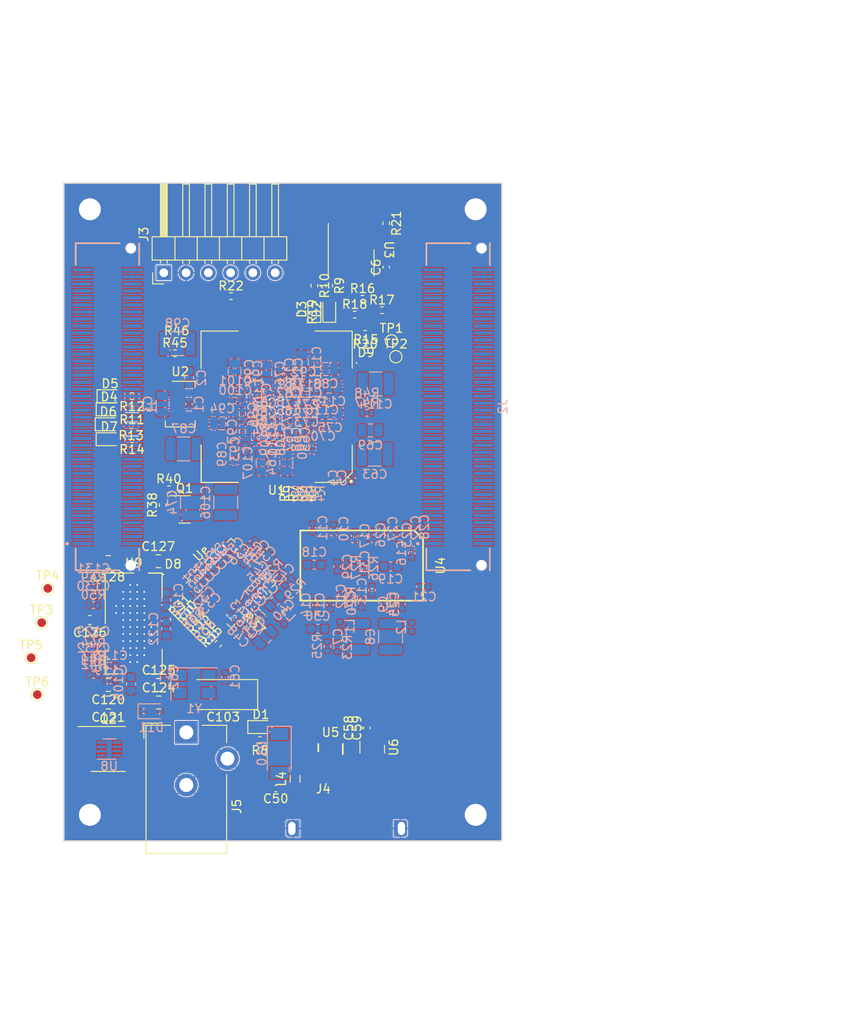
<source format=kicad_pcb>
(kicad_pcb (version 20211014) (generator pcbnew)
  (title_block (title "ECP5U85-BSE-USB Breakout Board") (rev "A") (company "Open Ephys, Inc. & OEPS") (comment 1 "Aarón Cuevas López") (comment 2 "Jonathan P. Newman"))
  (layers (0 "F.Cu" signal "High Speed I") (1 "In1.Cu" power "GND I") (2 "In2.Cu" signal "High Speed II") (3 "In3.Cu" power "GND II") (4 "In4.Cu" mixed "Mixed DC") (31 "B.Cu" signal "LowSpeed") (34 "B.Paste" user) (35 "F.Paste" user) (36 "B.SilkS" user "B.Silkscreen") (37 "F.SilkS" user "F.Silkscreen") (38 "B.Mask" user) (39 "F.Mask" user) (44 "Edge.Cuts" user))
  (net 0 "")
  (net 1 "GND")
  (net 2 "DDR_VREF")
  (net 3 "+3V3")
  (net 4 "Net-(C10-Pad1)")
  (net 5 "/FTDI/1.0V")
  (net 6 "/FTDI/Vcore")
  (net 7 "+5V")
  (net 8 "+1V1")
  (net 9 "RAM_VDD")
  (net 10 "+2V5")
  (net 11 "/Power/VCCIO3")
  (net 12 "/Power/VCCIO6")
  (net 13 "Net-(D1-Pad2)")
  (net 14 "/DONE")
  (net 15 "Net-(D2-Pad2)")
  (net 16 "/~{INIT}")
  (net 17 "Net-(D3-Pad2)")
  (net 18 "/FPGA/LED3")
  (net 19 "Net-(D4-Pad2)")
  (net 20 "/FPGA/LED2")
  (net 21 "Net-(D5-Pad2)")
  (net 22 "/FPGA/LED1")
  (net 23 "Net-(D6-Pad2)")
  (net 24 "/FPGA/LED0")
  (net 25 "Net-(D7-Pad2)")
  (net 26 "/FPGA/~{FPGA_RESET}")
  (net 27 "/FPGA/GPIO1")
  (net 28 "/FPGA/~{FPGA_RESETrq}")
  (net 29 "Net-(D10-Pad2)")
  (net 32 "/FPGA/D2I0+")
  (net 33 "/FPGA/D3I0+")
  (net 34 "/FPGA/D2I0-")
  (net 35 "/FPGA/D3I0-")
  (net 36 "/FPGA/D2I1+")
  (net 37 "/FPGA/D3I1+")
  (net 38 "/FPGA/D2I1-")
  (net 39 "/FPGA/D3I1-")
  (net 40 "/FPGA/D2IO0+")
  (net 41 "/FPGA/D3I2+")
  (net 42 "/FPGA/D2IO0-")
  (net 43 "/FPGA/D3I2-")
  (net 44 "/FPGA/D2IO1+")
  (net 45 "/FPGA/D3I3+")
  (net 46 "/FPGA/D2IO1-")
  (net 47 "/FPGA/D3I3-")
  (net 48 "/FPGA/D2IO2+")
  (net 49 "/FPGA/D3I4+")
  (net 50 "/FPGA/D2IO2-")
  (net 51 "/FPGA/D3I4-")
  (net 53 "/FPGA/D2I2+")
  (net 54 "/FPGA/D3I5+")
  (net 55 "/FPGA/D2I2-")
  (net 56 "/FPGA/D3I5-")
  (net 57 "/FPGA/D2I3+")
  (net 58 "/FPGA/D3I6+")
  (net 59 "/FPGA/D2I3-")
  (net 60 "/FPGA/D3I6-")
  (net 61 "/FPGA/D2IO3+")
  (net 62 "/FPGA/D3I7+")
  (net 63 "/FPGA/D2IO3-")
  (net 64 "/FPGA/D3I7-")
  (net 65 "/FPGA/D2IO4+")
  (net 66 "/FPGA/D3IO3+")
  (net 67 "/FPGA/D2IO4-")
  (net 68 "/FPGA/D3IO3-")
  (net 69 "/FPGA/D2IO5+")
  (net 70 "/FPGA/D3IO4+")
  (net 72 "/FPGA/D2IO5-")
  (net 73 "/FPGA/D3IO4-")
  (net 74 "/FPGA/D2IO6+")
  (net 75 "/FPGA/D3IO5+")
  (net 76 "/FPGA/D2IO6-")
  (net 77 "/FPGA/D3IO5-")
  (net 78 "/FPGA/D2IO7+")
  (net 79 "/FPGA/D3IO6+")
  (net 80 "/FPGA/D2IO7-")
  (net 81 "/FPGA/D3IO6-")
  (net 82 "/FPGA/D2IO8+")
  (net 83 "/FPGA/D3IO7+")
  (net 84 "/FPGA/D2IO8-")
  (net 85 "/FPGA/D3IO7-")
  (net 86 "/FPGA/D3IO0+")
  (net 87 "/FPGA/D2I4+")
  (net 88 "/FPGA/D3IO0-")
  (net 89 "/FPGA/D2I4-")
  (net 90 "/FPGA/D3IO1-")
  (net 91 "/FPGA/D3IO1+")
  (net 92 "/FPGA/D3IO2+")
  (net 93 "/FPGA/D3IO2-")
  (net 97 "/FPGA/S00")
  (net 98 "/FPGA/D6IO0+")
  (net 99 "/FPGA/S01")
  (net 100 "/FPGA/D6IO0-")
  (net 101 "/FPGA/S02")
  (net 102 "/FPGA/D6IO1+")
  (net 103 "/FPGA/S03")
  (net 104 "/FPGA/D6IO1-")
  (net 105 "/FPGA/S04")
  (net 106 "/FPGA/D6IO2+")
  (net 107 "/FPGA/S05")
  (net 108 "/FPGA/D6IO2-")
  (net 109 "/FPGA/S06")
  (net 110 "/FPGA/D6IO3+")
  (net 111 "/FPGA/S10")
  (net 112 "/FPGA/D6IO3-")
  (net 113 "/FPGA/S11")
  (net 114 "/FPGA/D6IO4+")
  (net 115 "/FPGA/S12")
  (net 116 "/FPGA/D6IO4-")
  (net 118 "/FPGA/S13")
  (net 119 "/FPGA/D6IO5+")
  (net 120 "/FPGA/S14")
  (net 121 "/FPGA/D6IO5-")
  (net 122 "/FPGA/S15")
  (net 123 "/FPGA/D6IO6+")
  (net 124 "/FPGA/S16")
  (net 125 "/FPGA/D6IO6-")
  (net 126 "/FPGA/S17")
  (net 127 "/FPGA/D6IO7+")
  (net 128 "/FPGA/S18")
  (net 129 "/FPGA/D6IO7-")
  (net 130 "/FPGA/S19")
  (net 131 "/FPGA/D6I0+")
  (net 132 "/FPGA/S110")
  (net 133 "/FPGA/D6I0-")
  (net 134 "/FPGA/S111")
  (net 135 "/FPGA/D6I1+")
  (net 137 "/FPGA/S112")
  (net 138 "/FPGA/D6I1-")
  (net 139 "/FPGA/D6I3+")
  (net 140 "/FPGA/D6I2+")
  (net 141 "/FPGA/D6I3-")
  (net 142 "/FPGA/D6I2-")
  (net 143 "/FPGA/D6I4+")
  (net 144 "/FPGA/S80")
  (net 145 "/FPGA/D6I4-")
  (net 146 "/FPGA/S81")
  (net 147 "/FPGA/D6I5+")
  (net 148 "/FPGA/S82")
  (net 149 "/FPGA/D6I5-")
  (net 150 "/FPGA/S83")
  (net 151 "/FPGA/D6I6+")
  (net 152 "/FPGA/S84")
  (net 153 "/FPGA/D6I6-")
  (net 154 "/FPGA/S85")
  (net 155 "/FPGA/S60")
  (net 156 "/FPGA/S86")
  (net 157 "/FPGA/D6I7+")
  (net 158 "/FPGA/D6I7-")
  (net 159 "Net-(J3-Pad3)")
  (net 160 "Net-(J3-Pad4)")
  (net 161 "Net-(J3-Pad5)")
  (net 162 "Net-(J3-Pad6)")
  (net 163 "Net-(Q1-Pad1)")
  (net 164 "Net-(Q2-Pad2)")
  (net 165 "Net-(Q2-Pad3)")
  (net 166 "Net-(Q2-Pad4)")
  (net 167 "/FPGA/FCLK")
  (net 168 "/FPGA/~{FCS}")
  (net 169 "Net-(R28-Pad2)")
  (net 170 "/FPGA/RAM_CK+")
  (net 171 "/FPGA/RAM_CK-")
  (net 172 "Net-(R31-Pad2)")
  (net 173 "/FPGA/~{FT_WAKEUP}")
  (net 174 "/FPGA/GPIO0")
  (net 175 "/FPGA/FT_RST_{Req}")
  (net 176 "Net-(R44-Pad2)")
  (net 177 "/FPGA/RAM_DQ8")
  (net 178 "/FPGA/RAM_DQ6")
  (net 179 "/FPGA/RAM_DQ0")
  (net 180 "/FPGA/RAM_DQ1")
  (net 181 "/FPGA/RAM_A0")
  (net 182 "/FPGA/RAM_A12")
  (net 183 "/FPGA/RAM_BA0")
  (net 184 "/FPGA/~{FT_RXF}")
  (net 185 "/FPGA/~{FT_TXE}")
  (net 186 "/FPGA/FT_DATA0")
  (net 187 "/FPGA/FT_DATA5")
  (net 188 "/FPGA/FT_DATA11")
  (net 189 "/FPGA/FT_DATA13")
  (net 190 "/FPGA/FT_DATA15")
  (net 191 "/FPGA/RAM_DQ9")
  (net 192 "/FPGA/RAM_DQ7")
  (net 193 "/FPGA/RAM_DQ5")
  (net 194 "/FPGA/RAM_DQ2")
  (net 195 "/FPGA/RAM_A1")
  (net 196 "/FPGA/RAM_A11")
  (net 197 "/FPGA/~{FT_WR}")
  (net 198 "/FPGA/FT_DATA1")
  (net 199 "/FPGA/FT_DATA6")
  (net 200 "/FPGA/FT_DATA9")
  (net 201 "/FPGA/FT_DATA12")
  (net 202 "/FPGA/FT_DATA14")
  (net 203 "/FPGA/FT_BE0")
  (net 204 "/FPGA/RAM_DQ11")
  (net 205 "/FPGA/RAM_DQ10")
  (net 206 "/FPGA/RAM_LDM")
  (net 207 "/FPGA/RAM_DQ4")
  (net 208 "/FPGA/RAM_DQ3")
  (net 209 "/FPGA/RAM_A6")
  (net 210 "/FPGA/RAM_A7")
  (net 211 "/FPGA/RAM_A10")
  (net 212 "/FPGA/FT_DATA2")
  (net 213 "/FPGA/FT_DATA7")
  (net 214 "/FPGA/FT_DATA10")
  (net 215 "/FPGA/RAM_DQ13")
  (net 216 "/FPGA/RAM_DQ12")
  (net 217 "/FPGA/RAM_ODT")
  (net 218 "/FPGA/RAM_LDQS-")
  (net 219 "/FPGA/RAM_A3")
  (net 220 "/FPGA/RAM_A5")
  (net 221 "/FPGA/RAM_A9")
  (net 222 "/FPGA/RAM_BA1")
  (net 223 "/FPGA/FT_CLK")
  (net 224 "/FPGA/FT_DATA3")
  (net 225 "/FPGA/FT_DATA8")
  (net 226 "/FPGA/RAM_DQ14")
  (net 227 "/FPGA/~{RAM_WE}")
  (net 228 "/FPGA/RAM_LDQS+")
  (net 229 "/FPGA/RAM_CKE")
  (net 230 "/FPGA/RAM_A2")
  (net 231 "/FPGA/RAM_A4")
  (net 232 "/FPGA/RAM_A8")
  (net 233 "/FPGA/RAM_BA2")
  (net 234 "/FPGA/FT_BE1")
  (net 235 "/FPGA/FT_DATA4")
  (net 236 "/FPGA/~{RAM_RAS}")
  (net 237 "/FPGA/~{RAM_CAS}")
  (net 238 "/FPGA/~{RAM_RESET}")
  (net 239 "/FPGA/~{RAM_CS}")
  (net 240 "/FPGA/RAM_UDQS-")
  (net 241 "/FPGA/RAM_DQ15")
  (net 242 "/FPGA/RAM_UDQS+")
  (net 243 "/FPGA/RAM_UDM")
  (net 244 "/FPGA/FMISO")
  (net 245 "/FPGA/FD3")
  (net 246 "/FPGA/FMOSI")
  (net 247 "/FPGA/FD2")
  (net 258 "Net-(U9-PadA3)")
  (net 265 "Net-(U9-PadN4)")
  (net 266 "Net-(R15-Pad1)")
  (net 267 "Net-(R17-Pad2)")
  (net 268 "Net-(R30-Pad2)")
  (net 270 "Net-(R37-Pad2)")
  (net 271 "Net-(R41-Pad2)")
  (net 272 "Net-(R50-Pad1)")
  (net 273 "Net-(U1-PadJ20)")
  (net 274 "Net-(U1-PadK20)")
  (net 286 "Net-(R34-Pad2)")
  (net 293 "Net-(U6-Pad1)")
  (net 294 "Net-(U6-Pad2)")
  (net 295 "Net-(J4-Pad6)")
  (net 296 "Net-(J4-Pad7)")
  (net 297 "Net-(J4-Pad9)")
  (net 298 "Net-(J4-Pad10)")
  (net 299 "Net-(C132-Pad1)")
  (net 300 "Net-(D11-Pad2)")
  (net 301 "Net-(J4-Pad2)")
  (net 302 "Net-(J4-Pad3)")
  (net 303 "Net-(R24-Pad2)")
  (net 304 "Net-(R49-Pad1)")
  (net 305 "Net-(U5-Pad6)")
  (net 306 "Net-(U5-Pad7)")
  (net 307 "Net-(C58-Pad1)")
  (net 308 "Net-(C58-Pad2)")
  (net 309 "Net-(C59-Pad1)")
  (net 310 "Net-(C61-Pad2)")
  (net 311 "Net-(C131-Pad1)")
  (net 312 "Net-(C130-Pad1)")
  (net 313 "Net-(C19-Pad1)")
  (net 314 "Net-(C31-Pad1)")
  (net 315 "Net-(C50-Pad1)")
  (net 316 "Net-(C59-Pad2)")
  (net 317 "Net-(C60-Pad1)")
  (net 318 "Net-(C62-Pad2)")
  (net 319 "Net-(C119-Pad2)")
  (net 320 "Net-(C123-Pad2)")
  (net 321 "Net-(C129-Pad1)")
  (footprint "LED_SMD:LED_0603_1608Metric" (layer "F.Cu") (at 134.1 82.5)
    (fp_text reference "D6")
    (fp_text value "LED_GREEN")
  )
  (footprint "Resistor_SMD:R_0402_1005Metric" (layer "F.Cu") (at 136.7 82.6 180)
    (fp_text reference "R13")
    (fp_text value "1K")
  )
  (footprint "Resistor_SMD:R_0402_1005Metric" (layer "F.Cu") (at 151.4 118.5 180)
    (fp_text reference "R8")
    (fp_text value "4.7k")
  )
  (footprint "Capacitor_SMD:C_0805_2012Metric" (layer "F.Cu") (at 139.85 114.2)
    (fp_text reference "C124")
    (fp_text value "100u")
  )
  (footprint "Resistor_SMD:R_0402_1005Metric" (layer "F.Cu") (at 163.1 68.2)
    (fp_text reference "R16")
    (fp_text value "1k")
  )
  (footprint "jonnew:ST_QFN10L-2.6x1.35x0.5" (layer "F.Cu") (at 164.2 119.3 -90)
    (fp_text reference "U6")
    (fp_text value "ECMF04-4HSWM10")
  )
  (footprint "Resistor_SMD:R_0402_1005Metric" (layer "F.Cu") (at 151.564823 104.347666 135)
    (fp_text reference "R37")
    (fp_text value "1.6k")
  )
  (footprint "Resistor_SMD:R_0402_1005Metric" (layer "F.Cu") (at 141.7 74.4)
    (fp_text reference "R45")
    (fp_text value "0")
  )
  (footprint "jonnew:MICRON_BGA96-10.5x8x1.3" (layer "F.Cu") (at 163 98.6 -90)
    (fp_text reference "U4")
    (fp_text value "MT41K64M16TW-x")
  )
  (footprint "TestPoint:TestPoint_Pad_D1.0mm" (layer "F.Cu") (at 126.5 105.1)
    (fp_text reference "TP3")
    (fp_text value "TestPoint")
  )
  (footprint "jonnew:LINEAR_LTM8051" (layer "F.Cu") (at 137 105.2)
    (fp_text reference "U9")
    (fp_text value "LTM8051")
  )
  (footprint "Resistor_SMD:R_0402_1005Metric" (layer "F.Cu") (at 143.778679 104.67868 45)
    (fp_text reference "R30")
    (fp_text value "10K")
  )
  (footprint "Capacitor_SMD:C_0402_1005Metric" (layer "F.Cu") (at 162.7 117.1 90)
    (fp_text reference "C58")
    (fp_text value "100n")
  )
  (footprint "Resistor_SMD:R_0402_1005Metric" (layer "F.Cu") (at 159.3 66.7 -90)
    (fp_text reference "R9")
    (fp_text value "4.7k")
  )
  (footprint "Capacitor_SMD:C_0805_2012Metric" (layer "F.Cu") (at 139.85 112.2)
    (fp_text reference "C125")
    (fp_text value "100u")
  )
  (footprint "Resistor_SMD:R_0402_1005Metric" (layer "F.Cu") (at 136.79 79.3 180)
    (fp_text reference "R12")
    (fp_text value "1K")
  )
  (footprint "Resistor_SMD:R_0402_1005Metric" (layer "F.Cu") (at 141 89.9)
    (fp_text reference "R40")
    (fp_text value "R_US")
  )
  (footprint "Capacitor_SMD:C_0402_1005Metric" (layer "F.Cu") (at 163.6 117.1 90)
    (fp_text reference "C59")
    (fp_text value "100n")
  )
  (footprint "LED_SMD:LED_0603_1608Metric" (layer "F.Cu") (at 159.3 69.3875 90)
    (fp_text reference "D2")
    (fp_text value "LED_GREEN")
  )
  (footprint "Capacitor_Tantalum_SMD:CP_EIA-6032-15_Kemet-U_Pad2.25x2.35mm_HandSolder" (layer "F.Cu") (at 147.2 113.3 180)
    (fp_text reference "C103")
    (fp_text value "100u")
  )
  (footprint "Resistor_SMD:R_0402_1005Metric" (layer "F.Cu") (at 140.3 91.7 90)
    (fp_text reference "R38")
    (fp_text value "R_US")
  )
  (footprint "Resistor_SMD:R_0402_1005Metric" (layer "F.Cu") (at 165.8 59.6 -90)
    (fp_text reference "R21")
    (fp_text value "4.7k")
  )
  (footprint "jonnew:ST_MICROQFN-8L-2.5x1.15x0.45" (layer "F.Cu") (at 159.45 119.5)
    (fp_text reference "U5")
    (fp_text value "ECMF02-4CMX8")
  )
  (footprint "Package_DFN_QFN:QFN-56-1EP_7x7mm_P0.4mm_EP5.6x5.6mm" (layer "F.Cu") (at 148.1 100.6 45)
    (fp_text reference "Ue")
    (fp_text value "FT600Q-B-x")
  )
  (footprint "LED_SMD:LED_0603_1608Metric" (layer "F.Cu") (at 151.5 117)
    (fp_text reference "D1")
    (fp_text value "LED_RED")
  )
  (footprint "Capacitor_SMD:C_0402_1005Metric" (layer "F.Cu") (at 165.8 64.6 90)
    (fp_text reference "C6")
    (fp_text value "100n")
  )
  (footprint "Capacitor_SMD:C_0805_2012Metric" (layer "F.Cu") (at 134.099999 98.2 180)
    (fp_text reference "C128")
    (fp_text value "100u")
  )
  (footprint "TestPoint:TestPoint_Pad_D1.0mm" (layer "F.Cu") (at 125.3 109.1)
    (fp_text reference "TP5")
    (fp_text value "TestPoint")
  )
  (footprint "Resistor_SMD:R_0402_1005Metric" (layer "F.Cu") (at 156.2 69.7 -90)
    (fp_text reference "R19")
    (fp_text value "10k")
  )
  (footprint "Capacitor_SMD:C_0805_2012Metric" (layer "F.Cu") (at 134.1 112.2 180)
    (fp_text reference "C120")
    (fp_text value "100u")
  )
  (footprint "Resistor_SMD:R_0402_1005Metric" (layer "F.Cu") (at 143.071573 103.971573 45)
    (fp_text reference "R31")
    (fp_text value "10K")
  )
  (footprint "TestPoint:TestPoint_Pad_D1.0mm" (layer "F.Cu") (at 166.4 73)
    (fp_text reference "TP1")
    (fp_text value "~{FPGA_RESET}")
  )
  (footprint "Capacitor_SMD:C_0805_2012Metric" (layer "F.Cu") (at 139.8 98.1)
    (fp_text reference "C127")
    (fp_text value "100u")
  )
  (footprint "Resistor_SMD:R_0402_1005Metric" (layer "F.Cu") (at 148.1 67.9)
    (fp_text reference "R22")
    (fp_text value "4.7k")
  )
  (footprint "Resistor_SMD:R_0402_1005Metric" (layer "F.Cu") (at 165.3 69.5)
    (fp_text reference "R17")
    (fp_text value "4.7k")
  )
  (footprint "Inductor_SMD:L_0805_2012Metric" (layer "F.Cu") (at 155.4 122.9 90)
    (fp_text reference "L4")
    (fp_text value "MH2029-221Y")
  )
  (footprint "Capacitor_SMD:C_0805_2012Metric" (layer "F.Cu") (at 134.1 114.2 180)
    (fp_text reference "C121")
    (fp_text value "100u")
  )
  (footprint "Resistor_SMD:R_0402_1005Metric" (layer "F.Cu") (at 145.9 106.8 45)
    (fp_text reference "R36")
    (fp_text value "DNP")
  )
  (footprint "Resistor_SMD:R_0402_1005Metric" (layer "F.Cu") (at 162.2 70)
    (fp_text reference "R18")
    (fp_text value "10k")
  )
  (footprint "Resistor_SMD:R_0402_1005Metric" (layer "F.Cu") (at 157.6 66.7 -90)
    (fp_text reference "R10")
    (fp_text value "4.7k")
  )
  (footprint "LED_SMD:LED_0603_1608Metric" (layer "F.Cu") (at 134.3 79.3)
    (fp_text reference "D5")
    (fp_text value "LED_GREEN")
  )
  (footprint "Resistor_SMD:R_0402_1005Metric" (layer "F.Cu") (at 141.9 73)
    (fp_text reference "R46")
    (fp_text value "DNP")
  )
  (footprint "Resistor_SMD:R_0402_1005Metric" (layer "F.Cu") (at 163.4 72.2 180)
    (fp_text reference "R20")
    (fp_text value "0")
  )
  (footprint "Resistor_SMD:R_0402_1005Metric" (layer "F.Cu") (at 158.4 90.4 90)
    (fp_text reference "R2")
    (fp_text value "DNP")
  )
  (footprint "Resistor_SMD:R_0402_1005Metric" (layer "F.Cu") (at 145.192893 106.092893 45)
    (fp_text reference "R33")
    (fp_text value "10K")
  )
  (footprint "jonnew:HIROSE_ZX360D-B-10P" (layer "F.Cu") (at 158.62 128.55)
    (fp_text reference "J4")
    (fp_text value "USB3_B_micro")
  )
  (footprint "LED_SMD:LED_0603_1608Metric" (layer "F.Cu") (at 134.2 80.8)
    (fp_text reference "D4")
    (fp_text value "LED_GREEN")
  )
  (footprint "LED_SMD:LED_0603_1608Metric" (layer "F.Cu") (at 157.6 69.4 90)
    (fp_text reference "D3")
    (fp_text value "LED_RED")
  )
  (footprint "TestPoint:TestPoint_Pad_D1.0mm" (layer "F.Cu") (at 126 113.3)
    (fp_text reference "TP6")
    (fp_text value "TestPoint")
  )
  (footprint "LED_SMD:LED_0603_1608Metric" (layer "F.Cu") (at 134.2 84.2)
    (fp_text reference "D7")
    (fp_text value "LED_GREEN")
  )
  (footprint "jonnew:SITIME_LGA6-5x3.2x0.75" (layer "F.Cu") (at 142.3 80.2)
    (fp_text reference "U2")
    (fp_text value "SiT9120AC-2C2-25E100.000000X")
  )
  (footprint "Resistor_SMD:R_0402_1005Metric" (layer "F.Cu") (at 155.4 90.4 90)
    (fp_text reference "R6")
    (fp_text value "DNP")
  )
  (footprint "Connector_PinHeader_2.54mm:PinHeader_1x06_P2.54mm_Horizontal" (layer "F.Cu") (at 140.43 65.23 90)
    (fp_text reference "J3")
    (fp_text value "JTAG")
  )
  (footprint "jonnew:LATTICE_caBGA-381_17.0x17.0mm" (layer "F.Cu") (at 153.3 80.5 180)
    (fp_text reference "U1")
    (fp_text value "LFE5U-85F-6BG381")
  )
  (footprint "TestPoint:TestPoint_Pad_D1.0mm" (layer "F.Cu") (at 166.9 74.8)
    (fp_text reference "TP2")
    (fp_text value "TestPoint")
  )
  (footprint "Package_TO_SOT_SMD:SOT-23" (layer "F.Cu") (at 142.8 92.2)
    (fp_text reference "Q1")
    (fp_text value "Q_NMOS_GSD")
  )
  (footprint "jonnew:WINBOND_WSON8-6x5x0.75" (layer "F.Cu") (at 161.8 62.6 -90)
    (fp_text reference "U3")
    (fp_text value "W25Q128JVP")
  )
  (footprint "Connector_BarrelJack:BarrelJack_CUI_PJ-102AH_Horizontal" (layer "F.Cu") (at 143 117.6)
    (fp_text reference "J5")
    (fp_text value "Barrel_Jack_Switch")
  )
  (footprint "Capacitor_SMD:C_0603_1608Metric" (layer "F.Cu") (at 132 104.8 180)
    (fp_text reference "C126")
    (fp_text value "1u")
  )
  (footprint "TestPoint:TestPoint_Pad_D1.0mm" (layer "F.Cu") (at 127.2 101.2)
    (fp_text reference "TP4")
    (fp_text value "TestPoint")
  )
  (footprint "Resistor_SMD:R_0402_1005Metric" (layer "F.Cu") (at 163.49 74)
    (fp_text reference "R15")
    (fp_text value "1k")
  )
  (footprint "Resistor_SMD:R_0402_1005Metric" (layer "F.Cu") (at 136.8 80.8 180)
    (fp_text reference "R11")
    (fp_text value "1K")
  )
  (footprint "Resistor_SMD:R_0402_1005Metric" (layer "F.Cu") (at 136.8 84.2 180)
    (fp_text reference "R14")
    (fp_text value "1K")
  )
  (footprint "Resistor_SMD:R_0402_1005Metric" (layer "F.Cu") (at 144.485786 105.385787 45)
    (fp_text reference "R32")
    (fp_text value "10K")
  )
  (footprint "Package_SO:SO-8_3.9x4.9mm_P1.27mm" (layer "F.Cu") (at 134.1 119.5)
    (fp_text reference "Q2")
    (fp_text value "ZXMC3A16DN8")
  )
  (footprint "jonnew-eagle:OE-LOGO-14X10" (layer "F.Cu") (at 174.3775 112.58 90)
    (fp_text reference "")
    (fp_text value "")
  )
  (footprint "Diode_SMD:D_0402_1005Metric" (layer "F.Cu") (at 141.485 99.6)
    (fp_text reference "D8")
    (fp_text value "D_Schottky")
  )
  (footprint "Capacitor_SMD:C_0402_1005Metric" (layer "F.Cu") (at 153.2 124 180)
    (fp_text reference "C50")
    (fp_text value "100n")
  )
  (footprint "Resistor_SMD:R_0402_1005Metric" (layer "F.Cu") (at 146.66066 107.499643 45)
    (fp_text reference "R35")
    (fp_text value "DNP")
  )
  (footprint "Diode_SMD:D_0402_1005Metric" (layer "F.Cu") (at 163.5 75.5)
    (fp_text reference "D9")
    (fp_text value "D_Schottky")
  )
  (footprint "Resistor_SMD:R_0402_1005Metric" (layer "F.Cu") (at 156.4 90.4 90)
    (fp_text reference "R7")
    (fp_text value "DNP")
  )
  (footprint "Resistor_SMD:R_0402_1005Metric" (layer "F.Cu") (at 157.4 90.4 90)
    (fp_text reference "R3")
    (fp_text value "DNP")
  )
  (footprint "Resistor_SMD:R_0402_1005Metric" (layer "B.Cu") (at 154.605382 100.458579 45)
    (fp_text reference "R29")
    (fp_text value "10K")
  )
  (footprint "Capacitor_SMD:C_0402_1005Metric" (layer "B.Cu") (at 161.8 102.1 -90)
    (fp_text reference "C12")
    (fp_text value "10nF")
  )
  (footprint "Capacitor_SMD:C_0402_1005Metric" (layer "B.Cu") (at 148.382843 104.559798 135)
    (fp_text reference "C43")
    (fp_text value "100n")
  )
  (footprint "Capacitor_SMD:C_0402_1005Metric" (layer "B.Cu") (at 153.6 76.8 90)
    (fp_text reference "C112")
    (fp_text value "100n")
  )
  (footprint "Capacitor_SMD:C_0402_1005Metric" (layer "B.Cu") (at 147.4 111.3 90)
    (fp_text reference "C61")
    (fp_text value "18p")
  )
  (footprint "Capacitor_SMD:C_0805_2012Metric" (layer "B.Cu") (at 164 83.2)
    (fp_text reference "C69")
    (fp_text value "10u")
  )
  (footprint "Capacitor_SMD:C_0402_1005Metric" (layer "B.Cu") (at 152.6 84.2 90)
    (fp_text reference "C108")
    (fp_text value "10n")
  )
  (footprint "Capacitor_SMD:C_0402_1005Metric" (layer "B.Cu") (at 132.4 100.1 180)
    (fp_text reference "C131")
    (fp_text value "22p")
  )
  (footprint "Capacitor_SMD:C_0402_1005Metric" (layer "B.Cu") (at 149.4 83.3 -90)
    (fp_text reference "C97")
    (fp_text value "100n")
  )
  (footprint "Resistor_SMD:R_0402_1005Metric" (layer "B.Cu") (at 132.4 103.1 180)
    (fp_text reference "R50")
    (fp_text value "118k")
  )
  (footprint "Capacitor_SMD:C_0402_1005Metric" (layer "B.Cu") (at 161.9 88.6 -90)
    (fp_text reference "C5")
    (fp_text value "100n")
  )
  (footprint "Capacitor_SMD:C_0402_1005Metric" (layer "B.Cu") (at 132.4 109.15 180)
    (fp_text reference "C132")
    (fp_text value "22p")
  )
  (footprint "Capacitor_SMD:C_0402_1005Metric" (layer "B.Cu") (at 162.2 95.2 90)
    (fp_text reference "C17")
    (fp_text value "100nF")
  )
  (footprint "Capacitor_SMD:C_0402_1005Metric" (layer "B.Cu") (at 159.4 103.1 -90)
    (fp_text reference "C15")
    (fp_text value "100nF")
  )
  (footprint "Capacitor_SMD:C_0805_2012Metric" (layer "B.Cu") (at 156.2 75.5 90)
    (fp_text reference "C111")
    (fp_text value "10u")
  )
  (footprint "Capacitor_SMD:C_0402_1005Metric" (layer "B.Cu") (at 144.564466 99.751472 -45)
    (fp_text reference "C54")
    (fp_text value "470n")
  )
  (footprint "Capacitor_SMD:C_0402_1005Metric" (layer "B.Cu") (at 150.2 79.2 90)
    (fp_text reference "C102")
    (fp_text value "100n")
  )
  (footprint "Capacitor_SMD:C_0402_1005Metric" (layer "B.Cu") (at 148.6 78.7 180)
    (fp_text reference "C101")
    (fp_text value "100n")
  )
  (footprint "Resistor_SMD:R_0402_1005Metric" (layer "B.Cu") (at 156.1 90.4 90)
    (fp_text reference "R1")
    (fp_text value "DNP")
  )
  (footprint "Diode_SMD:D_SOD-323" (layer "B.Cu") (at 139 115.2)
    (fp_text reference "D11")
    (fp_text value "GBLC08C")
  )
  (footprint "Resistor_SMD:R_0402_1005Metric" (layer "B.Cu") (at 160.6 102.4 90)
    (fp_text reference "R24")
    (fp_text value "240")
  )
  (footprint "Crystal:Crystal_SMD_5032-4Pin_5.0x3.2mm" (layer "B.Cu") (at 143.9 112.1)
    (fp_text reference "Y1")
    (fp_text value "30MHz")
  )
  (footprint "Capacitor_SMD:C_0402_1005Metric" (layer "B.Cu") (at 149.867767 98.125126 -135)
    (fp_text reference "C36")
    (fp_text value "6800p")
  )
  (footprint "Resistor_SMD:R_0402_1005Metric" (layer "B.Cu") (at 145.9 106.8 -135)
    (fp_text reference "R39")
    (fp_text value "10K")
  )
  (footprint "Capacitor_SMD:C_0402_1005Metric" (layer "B.Cu") (at 149.372792 103.569848 135)
    (fp_text reference "C47")
    (fp_text value "100n")
  )
  (footprint "jonnew:SAMTEC_BSE-040-01-X-D-A" (layer "B.Cu") (at 174 80.5 90)
    (fp_text reference "J2")
    (fp_text value "BSE-040-01-X-D-A")
  )
  (footprint "Capacitor_SMD:C_0402_1005Metric" (layer "B.Cu") (at 143.3 80.2 90)
    (fp_text reference "C1")
    (fp_text value "100n")
  )
  (footprint "Capacitor_SMD:C_0603_1608Metric" (layer "B.Cu") (at 158 105.8 180)
    (fp_text reference "C30")
    (fp_text value "1uF")
  )
  (footprint "Capacitor_SMD:C_1210_3225Metric" (layer "B.Cu") (at 162.6 106.7 -90)
    (fp_text reference "C7")
    (fp_text value "22uF")
  )
  (footprint "Capacitor_SMD:C_0402_1005Metric" (layer "B.Cu") (at 150.079899 102.862742 135)
    (fp_text reference "C49")
    (fp_text value "100n")
  )
  (footprint "Capacitor_SMD:C_0805_2012Metric" (layer "B.Cu") (at 151.989087 106.751829 -135)
    (fp_text reference "C41")
    (fp_text value "4.7u")
  )
  (footprint "Capacitor_SMD:C_0402_1005Metric" (layer "B.Cu") (at 154.7 79 180)
    (fp_text reference "C81")
    (fp_text value "100n")
  )
  (footprint "Capacitor_SMD:C_0402_1005Metric" (layer "B.Cu") (at 146.473654 97.842284 -45)
    (fp_text reference "C35")
    (fp_text value "100n")
  )
  (footprint "Package_TO_SOT_SMD:SC-70-8" (layer "B.Cu") (at 134.2 119.5)
    (fp_text reference "U8")
    (fp_text value "LTC4360-2")
  )
  (footprint "Capacitor_SMD:C_0402_1005Metric" (layer "B.Cu") (at 167 95.1 90)
    (fp_text reference "C23")
    (fp_text value "10nF")
  )
  (footprint "Capacitor_SMD:C_0402_1005Metric" (layer "B.Cu") (at 170.1 101)
    (fp_text reference "C21")
    (fp_text value "10nF")
  )
  (footprint "Capacitor_SMD:C_0402_1005Metric" (layer "B.Cu") (at 151.423402 101.519239 135)
    (fp_text reference "C39")
    (fp_text value "100n")
  )
  (footprint "Capacitor_SMD:C_0402_1005Metric" (layer "B.Cu") (at 154.6 76.8 90)
    (fp_text reference "C113")
    (fp_text value "100n")
  )
  (footprint "Resistor_SMD:R_0402_1005Metric" (layer "B.Cu") (at 163.6 81.2 180)
    (fp_text reference "R47")
    (fp_text value "DNP")
  )
  (footprint "Capacitor_SMD:C_0402_1005Metric" (layer "B.Cu") (at 162.2 98.3 90)
    (fp_text reference "C31")
    (fp_text value "100nF")
  )
  (footprint "Capacitor_SMD:C_0402_1005Metric" (layer "B.Cu") (at 155.4 84.2 90)
    (fp_text reference "C65")
    (fp_text value "100n")
  )
  (footprint "Capacitor_SMD:C_0402_1005Metric" (layer "B.Cu") (at 148.6 79.8 180)
    (fp_text reference "C100")
    (fp_text value "100n")
  )
  (footprint "Capacitor_SMD:C_0402_1005Metric" (layer "B.Cu") (at 147.251472 97.064466 -45)
    (fp_text reference "C53")
    (fp_text value "100n")
  )
  (footprint "Capacitor_SMD:C_0402_1005Metric" (layer "B.Cu") (at 158.5 79.7)
    (fp_text reference "C116")
    (fp_text value "100n")
  )
  (footprint "Capacitor_SMD:C_0402_1005Metric" (layer "B.Cu") (at 156.7 82.4 180)
    (fp_text reference "C72")
    (fp_text value "10n")
  )
  (footprint "Capacitor_SMD:C_0402_1005Metric" (layer "B.Cu") (at 154.7 81.1 180)
    (fp_text reference "C78")
    (fp_text value "100n")
  )
  (footprint "Capacitor_SMD:C_0402_1005Metric" (layer "B.Cu") (at 158.6 82.7)
    (fp_text reference "C70")
    (fp_text value "100n")
  )
  (footprint "Capacitor_SMD:C_0402_1005Metric" (layer "B.Cu") (at 153.33259 98.761522 45)
    (fp_text reference "C42")
    (fp_text value "470n")
  )
  (footprint "Inductor_SMD:L_0402_1005Metric" (layer "B.Cu") (at 160.5 105.5 90)
    (fp_text reference "L1")
    (fp_text value "BLM15AG601SN1D")
  )
  (footprint "Capacitor_SMD:C_0603_1608Metric" (layer "B.Cu") (at 148.5 85.9 -90)
    (fp_text reference "C89")
    (fp_text value "1u")
  )
  (footprint "Capacitor_SMD:C_0402_1005Metric" (layer "B.Cu") (at 157.4 85.1 -90)
    (fp_text reference "C90")
    (fp_text value "100n")
  )
  (footprint "Capacitor_SMD:C_0402_1005Metric" (layer "B.Cu") (at 149.4 81.4 90)
    (fp_text reference "C96")
    (fp_text value "100n")
  )
  (footprint "Capacitor_SMD:C_0805_2012Metric" (layer "B.Cu") (at 159.3 78.2)
    (fp_text reference "C115")
    (fp_text value "10u")
  )
  (footprint "Inductor_SMD:L_0402_1005Metric" (layer "B.Cu") (at 168.7 105.6 -90)
    (fp_text reference "L2")
    (fp_text value "BLM15AG601SN1D")
  )
  (footprint "Capacitor_SMD:C_0402_1005Metric" (layer "B.Cu") (at 145.200862 99.115076 -45)
    (fp_text reference "C55")
    (fp_text value "100n")
  )
  (footprint "Capacitor_SMD:C_0402_1005Metric" (layer "B.Cu") (at 164.2 101.4 -90)
    (fp_text reference "C13")
    (fp_text value "100nF")
  )
  (footprint "Capacitor_SMD:C_0402_1005Metric" (layer "B.Cu") (at 132.4 102.1 180)
    (fp_text reference "C130")
    (fp_text value "10p")
  )
  (footprint "Diode_SMD:D_SOD-128" (layer "B.Cu") (at 153.6 120 -90)
    (fp_text reference "D10")
    (fp_text value "PMEG3030EP,115")
  )
  (footprint "Capacitor_SMD:C_0805_2012Metric" (layer "B.Cu") (at 151.7 86.9 -90)
    (fp_text reference "C107")
    (fp_text value "10u")
  )
  (footprint "Capacitor_SMD:C_0402_1005Metric" (layer "B.Cu") (at 156.6 80.1 180)
    (fp_text reference "C117")
    (fp_text value "100n")
  )
  (footprint "Capacitor_SMD:C_0603_1608Metric" (layer "B.Cu") (at 153.120458 102.65061 45)
    (fp_text reference "C40")
    (fp_text value "1uF")
  )
  (footprint "Capacitor_SMD:C_0402_1005Metric" (layer "B.Cu") (at 154.4 84.2 90)
    (fp_text reference "C68")
    (fp_text value "10n")
  )
  (footprint "Capacitor_SMD:C_0402_1005Metric" (layer "B.Cu") (at 151.989087 100.105025 -135)
    (fp_text reference "C45")
    (fp_text value "100n")
  )
  (footprint "Capacitor_SMD:C_0603_1608Metric" (layer "B.Cu") (at 140.7 102.5 90)
    (fp_text reference "C104")
    (fp_text value "1u")
  )
  (footprint "Capacitor_SMD:C_0402_1005Metric" (layer "B.Cu") (at 153.3 79.2 -90)
    (fp_text reference "C79")
    (fp_text value "100n")
  )
  (footprint "Capacitor_SMD:C_0402_1005Metric" (layer "B.Cu") (at 149.7 85.3 -90)
    (fp_text reference "C93")
    (fp_text value "100n")
  )
  (footprint "Capacitor_SMD:C_1210_3225Metric" (layer "B.Cu") (at 166.3 106.7 -90)
    (fp_text reference "C8")
    (fp_text value "22uF")
  )
  (footprint "Capacitor_SMD:C_0402_1005Metric" (layer "B.Cu") (at 165.4 94.4 90)
    (fp_text reference "C27")
    (fp_text value "100nF")
  )
  (footprint "Capacitor_SMD:C_0402_1005Metric" (layer "B.Cu") (at 140.4 111.3 90)
    (fp_text reference "C62")
    (fp_text value "18p")
  )
  (footprint "Capacitor_SMD:C_0402_1005Metric" (layer "B.Cu") (at 151.9 82.2)
    (fp_text reference "C84")
    (fp_text value "100n")
  )
  (footprint "Resistor_SMD:R_0402_1005Metric" (layer "B.Cu") (at 153.615433 99.892893 -135)
    (fp_text reference "R28")
    (fp_text value "4.7K")
  )
  (footprint "Capacitor_SMD:C_0603_1608Metric" (layer "B.Cu") (at 143.3 77.2 90)
    (fp_text reference "C2")
    (fp_text value "1u")
  )
  (footprint "Capacitor_SMD:C_0402_1005Metric" (layer "B.Cu") (at 160.2 98.7 90)
    (fp_text reference "C29")
    (fp_text value "100nF")
  )
  (footprint "Capacitor_SMD:C_1210_3225Metric" (layer "B.Cu") (at 142 73.3 180)
    (fp_text reference "C98")
    (fp_text value "22u")
  )
  (footprint "Resistor_SMD:R_0402_1005Metric" (layer "B.Cu") (at 132.4 108.2)
    (fp_text reference "R41")
    (fp_text value "40.2k")
  )
  (footprint "Capacitor_SMD:C_0402_1005Metric" (layer "B.Cu") (at 156.7 83.4 180)
    (fp_text reference "C73")
    (fp_text value "10n")
  )
  (footprint "Capacitor_SMD:C_0402_1005Metric" (layer "B.Cu") (at 151.9 78.9)
    (fp_text reference "C83")
    (fp_text value "100n")
  )
  (footprint "Resistor_SMD:R_0402_1005Metric" (layer "B.Cu") (at 161.2 98.8 90)
    (fp_text reference "R27")
    (fp_text value "50")
  )
  (footprint "Capacitor_SMD:C_0402_1005Metric" (layer "B.Cu") (at 147.887868 96.42807 -45)
    (fp_text reference "C52")
    (fp_text value "470n")
  )
  (footprint "Capacitor_SMD:C_0603_1608Metric" (layer "B.Cu") (at 136.7 112.1 -90)
    (fp_text reference "C105")
    (fp_text value "1u")
  )
  (footprint "Capacitor_SMD:C_1210_3225Metric" (layer "B.Cu") (at 164.5 85.9)
    (fp_text reference "C63")
    (fp_text value "22u")
  )
  (footprint "Capacitor_SMD:C_0805_2012Metric" (layer "B.Cu") (at 148.5 76.5 90)
    (fp_text reference "C99")
    (fp_text value "10u")
  )
  (footprint "Capacitor_SMD:C_0402_1005Metric" (layer "B.Cu") (at 154.7 82.1 180)
    (fp_text reference "C85")
    (fp_text value "100n")
  )
  (footprint "Capacitor_SMD:C_0402_1005Metric" (layer "B.Cu") (at 149.16066 97.418019 -135)
    (fp_text reference "C57")
    (fp_text value "100n")
  )
  (footprint "Capacitor_SMD:C_1210_3225Metric" (layer "B.Cu") (at 143.7 91.4 -90)
    (fp_text reference "C74")
    (fp_text value "22u")
  )
  (footprint "Capacitor_SMD:C_0402_1005Metric" (layer "B.Cu") (at 156.4 77.7 180)
    (fp_text reference "C92")
    (fp_text value "100n")
  )
  (footprint "Capacitor_SMD:C_0402_1005Metric" (layer "B.Cu") (at 144.210913 101.377817 45)
    (fp_text reference "C32")
    (fp_text value "6800p")
  )
  (footprint "Capacitor_SMD:C_0402_1005Metric" (layer "B.Cu") (at 145.837258 98.47868 -45)
    (fp_text reference "C34")
    (fp_text value "6800p")
  )
  (footprint "Capacitor_SMD:C_0402_1005Metric" (layer "B.Cu") (at 150.787006 102.155635 135)
    (fp_text reference "C38")
    (fp_text value "6800p")
  )
  (footprint "Capacitor_SMD:C_0402_1005Metric" (layer "B.Cu") (at 151.9 80)
    (fp_text reference "C80")
    (fp_text value "100n")
  )
  (footprint "Capacitor_SMD:C_0402_1005Metric" (layer "B.Cu") (at 166.6 103 -90)
    (fp_text reference "C9")
    (fp_text value "10nF")
  )
  (footprint "Resistor_SMD:R_0402_1005Metric" (layer "B.Cu") (at 132.4 101.1 180)
    (fp_text reference "R49")
    (fp_text value "78.7k")
  )
  (footprint "Capacitor_SMD:C_0402_1005Metric" (layer "B.Cu") (at 132.4 107.25 180)
    (fp_text reference "C129")
    (fp_text value "22p")
  )
  (footprint "Resistor_SMD:R_0402_1005Metric" (layer "B.Cu") (at 132.4 106.3)
    (fp_text reference "R44")
    (fp_text value "24.9k")
  )
  (footprint "Capacitor_SMD:C_0402_1005Metric" (layer "B.Cu") (at 163 102.88 -90)
    (fp_text reference "C20")
    (fp_text value "100nF")
  )
  (footprint "Capacitor_SMD:C_0603_1608Metric" (layer "B.Cu") (at 166.3 98.7)
    (fp_text reference "C19")
    (fp_text value "1uF")
  )
  (footprint "Capacitor_SMD:C_0402_1005Metric" (layer "B.Cu") (at 151.423402 104.206245 -45)
    (fp_text reference "C44")
    (fp_text value "470n")
  )
  (footprint "Capacitor_SMD:C_0402_1005Metric" (layer "B.Cu") (at 150 76.6 90)
    (fp_text reference "C91")
    (fp_text value "100n")
  )
  (footprint "Capacitor_SMD:C_0402_1005Metric" (layer "B.Cu") (at 151.21127 96.781623 45)
    (fp_text reference "C37")
    (fp_text value "100n")
  )
  (footprint "Capacitor_SMD:C_0402_1005Metric" (layer "B.Cu") (at 144.918019 102.084924 45)
    (fp_text reference "C33")
    (fp_text value "100n")
  )
  (footprint "Capacitor_SMD:C_0402_1005Metric" (layer "B.Cu") (at 149.726346 105.903301 -45)
    (fp_text reference "C48")
    (fp_text value "470n")
  )
  (footprint "Capacitor_SMD:C_0402_1005Metric" (layer "B.Cu") (at 164 95.1 90)
    (fp_text reference "C26")
    (fp_text value "10nF")
  )
  (footprint "Capacitor_SMD:C_0402_1005Metric" (layer "B.Cu") (at 144.485786 105.385787 -135)
    (fp_text reference "C60")
    (fp_text value "100n")
  )
  (footprint "Resistor_SMD:R_0402_1005Metric" (layer "B.Cu") (at 143.071573 103.971573 45)
    (fp_text reference "R34")
    (fp_text value "10K")
  )
  (footprint "Inductor_SMD:L_0402_1005Metric" (layer "B.Cu") (at 153.79221 104.948707 135)
    (fp_text reference "L3")
    (fp_text value "BLM15AG601SN1D")
  )
  (footprint "Capacitor_SMD:C_0402_1005Metric" (layer "B.Cu") (at 168 94.3 90)
    (fp_text reference "C22")
    (fp_text value "100nF")
  )
  (footprint "Capacitor_SMD:C_0402_1005Metric" (layer "B.Cu") (at 165.6 103 90)
    (fp_text reference "C25")
    (fp_text value "10nF")
  )
  (footprint "Capacitor_SMD:C_0402_1005Metric" (layer "B.Cu") (at 150.4 81.7 90)
    (fp_text reference "C95")
    (fp_text value "100n")
  )
  (footprint "Capacitor_SMD:C_0805_2012Metric" (layer "B.Cu") (at 158.9 76.2)
    (fp_text reference "C88")
    (fp_text value "10u")
  )
  (footprint "Resistor_SMD:R_0402_1005Metric" (layer "B.Cu") (at 160.2 107.9 90)
    (fp_text reference "R23")
    (fp_text value "1K")
  )
  (footprint "Capacitor_SMD:C_0603_1608Metric" (layer "B.Cu") (at 140.7 105.8 -90)
    (fp_text reference "C122")
    (fp_text value "1u")
  )
  (footprint "Resistor_SMD:R_0402_1005Metric" (layer "B.Cu") (at 155.1 90.4 90)
    (fp_text reference "R5")
    (fp_text value "4.7K")
  )
  (footprint "Capacitor_SMD:C_0402_1005Metric" (layer "B.Cu") (at 153.5 84.2 90)
    (fp_text reference "C67")
    (fp_text value "10n")
  )
  (footprint "Capacitor_SMD:C_0805_2012Metric" (layer "B.Cu") (at 147.1 82.4 180)
    (fp_text reference "C94")
    (fp_text value "10u")
  )
  (footprint "Resistor_SMD:R_0402_1005Metric" (layer "B.Cu") (at 157.1 90.4 90)
    (fp_text reference "R4")
    (fp_text value "DNP")
  )
  (footprint "Capacitor_SMD:C_0402_1005Metric" (layer "B.Cu") (at 154.7 80.1 180)
    (fp_text reference "C82")
    (fp_text value "100n")
  )
  (footprint "Capacitor_SMD:C_0402_1005Metric" (layer "B.Cu") (at 151.7 84.2 90)
    (fp_text reference "C110")
    (fp_text value "10n")
  )
  (footprint "Capacitor_SMD:C_0402_1005Metric" (layer "B.Cu") (at 150.716295 104.913351 -45)
    (fp_text reference "C46")
    (fp_text value "470n")
  )
  (footprint "Capacitor_SMD:C_0402_1005Metric" (layer "B.Cu") (at 157.4 94.3 90)
    (fp_text reference "C11")
    (fp_text value "10nF")
  )
  (footprint "Capacitor_SMD:C_0402_1005Metric" (layer "B.Cu") (at 150.8 84.2 90)
    (fp_text reference "C109")
    (fp_text value "100n")
  )
  (footprint "Capacitor_SMD:C_0402_1005Metric" (layer "B.Cu") (at 157.8 103.1 -90)
    (fp_text reference "C14")
    (fp_text value "10nF")
  )
  (footprint "Capacitor_SMD:C_0402_1005Metric" (layer "B.Cu") (at 169 94.2 90)
    (fp_text reference "C28")
    (fp_text value "10nF")
  )
  (footprint "Capacitor_SMD:C_1210_3225Metric" (layer "B.Cu") (at 142.7 85.3 180)
    (fp_text reference "C87")
    (fp_text value "22u")
  )
  (footprint "Capacitor_SMD:C_0402_1005Metric" (layer "B.Cu") (at 153.3 81.8 90)
    (fp_text reference "C77")
    (fp_text value "100n")
  )
  (footprint "Capacitor_SMD:C_1210_3225Metric" (layer "B.Cu") (at 147.5 91.4 -90)
    (fp_text reference "C106")
    (fp_text value "22u")
  )
  (footprint "Capacitor_SMD:C_0402_1005Metric" (layer "B.Cu") (at 160.9 88.6 -90)
    (fp_text reference "C4")
    (fp_text value "10n")
  )
  (footprint "Capacitor_SMD:C_0402_1005Metric" (layer "B.Cu") (at 151.9 81.1)
    (fp_text reference "C86")
    (fp_text value "100n")
  )
  (footprint "Resistor_SMD:R_0402_1005Metric" (layer "B.Cu") (at 159.1 107.8 -90)
    (fp_text reference "R25")
    (fp_text value "1K")
  )
  (footprint "Capacitor_SMD:C_0805_2012Metric" (layer "B.Cu") (at 152 76.7 90)
    (fp_text reference "C76")
    (fp_text value "10u")
  )
  (footprint "Capacitor_SMD:C_1210_3225Metric" (layer "B.Cu") (at 164.6 77.9)
    (fp_text reference "C114")
    (fp_text value "22u")
  )
  (footprint "Resistor_SMD:R_0402_1005Metric" (layer "B.Cu") (at 132.4 110.1 180)
    (fp_text reference "R43")
    (fp_text value "375k")
  )
  (footprint "Capacitor_SMD:C_0805_2012Metric" (layer "B.Cu") (at 154.4 86.9 -90)
    (fp_text reference "C64")
    (fp_text value "10u")
  )
  (footprint "jonnew:SAMTEC_BSE-040-01-X-D-A" (layer "B.Cu") (at 134 80.5 90)
    (fp_text reference "J1")
    (fp_text value "BSE-040-01-X-D-A")
  )
  (footprint "Capacitor_SMD:C_0402_1005Metric" (layer "B.Cu") (at 167.6 103 -90)
    (fp_text reference "C24")
    (fp_text value "100nF")
  )
  (footprint "Capacitor_SMD:C_0402_1005Metric" (layer "B.Cu") (at 159.8 94.4 90)
    (fp_text reference "C10")
    (fp_text value "100nF")
  )
  (footprint "Capacitor_SMD:C_0402_1005Metric" (layer "B.Cu") (at 134.399999 111.7 180)
    (fp_text reference "C119")
    (fp_text value "22p")
  )
  (footprint "Resistor_SMD:R_0402_1005Metric" (layer "B.Cu") (at 132.4 111.05 180)
    (fp_text reference "R42")
    (fp_text value "665k")
  )
  (footprint "Capacitor_SMD:C_0402_1005Metric" (layer "B.Cu") (at 156.6 79.1 180)
    (fp_text reference "C118")
    (fp_text value "100n")
  )
  (footprint "Capacitor_SMD:C_0805_2012Metric" (layer "B.Cu") (at 159.4 81.2)
    (fp_text reference "C75")
    (fp_text value "10u")
  )
  (footprint "Capacitor_SMD:C_0805_2012Metric" (layer "B.Cu") (at 140.3 80.2 -90)
    (fp_text reference "C3")
    (fp_text value "10u")
  )
  (footprint "Resistor_SMD:R_0402_1005Metric" (layer "B.Cu") (at 163.2 98.9 90)
    (fp_text reference "R26")
    (fp_text value "50")
  )
  (footprint "Capacitor_SMD:C_0402_1005Metric" (layer "B.Cu") (at 134.399999 110 180)
    (fp_text reference "C123")
    (fp_text value "22p")
  )
  (footprint "Capacitor_SMD:C_0402_1005Metric" (layer "B.Cu") (at 156.7 81.4 180)
    (fp_text reference "C71")
    (fp_text value "100n")
  )
  (footprint "Capacitor_SMD:C_0805_2012Metric" (layer "B.Cu") (at 151.706245 98.266548 -135)
    (fp_text reference "C51")
    (fp_text value "4.7u")
  )
  (footprint "Capacitor_SMD:C_0402_1005Metric" (layer "B.Cu") (at 168.7 97.18 -90)
    (fp_text reference "C16")
    (fp_text value "10nF")
  )
  (footprint "Capacitor_SMD:C_0603_1608Metric" (layer "B.Cu") (at 157.6 98.5 180)
    (fp_text reference "C18")
    (fp_text value "1uF")
  )
  (footprint "Resistor_SMD:R_0402_1005Metric" (layer "B.Cu") (at 163.6 80.1 180)
    (fp_text reference "R48")
    (fp_text value "0")
  )
  (footprint "Capacitor_SMD:C_0402_1005Metric" (layer "B.Cu") (at 150.504163 96.074517 45)
    (fp_text reference "C56")
    (fp_text value "470n")
  )
  (gr_rect (start 129 130) (end 179 55) (layer "Edge.Cuts") (width 0.1) (fill none))
  (via (at 136.599999 106.4) (size 0.3) (drill 0.2) (layers "F.Cu" "B.Cu") (net 1))
  (via (at 132 58) (size 5) (drill 2.5) (layers "F.Cu" "B.Cu") (net 1))
  (via (at 136.6 105.6) (size 0.3) (drill 0.2) (layers "F.Cu" "B.Cu") (net 1))
  (via (at 153.3 81.3) (size 0.3) (drill 0.2) (layers "F.Cu" "B.Cu") (net 1))
  (via (at 176 58) (size 5) (drill 2.5) (layers "F.Cu" "B.Cu") (net 1))
  (via (at 135.8 106.4) (size 0.3) (drill 0.2) (layers "F.Cu" "B.Cu") (net 1))
  (via (at 137.4 103.2) (size 0.3) (drill 0.2) (layers "F.Cu" "B.Cu") (net 1))
  (via (at 135.8 107.200001) (size 0.3) (drill 0.2) (layers "F.Cu" "B.Cu") (net 1))
  (via (at 138.217698 107.993792) (size 0.3) (drill 0.2) (layers "F.Cu" "B.Cu") (net 1))
  (via (at 136.599999 103.999999) (size 0.3) (drill 0.2) (layers "F.Cu" "B.Cu") (net 1))
  (via (at 138.2 105.6) (size 0.3) (drill 0.2) (layers "F.Cu" "B.Cu") (net 1))
  (via (at 137.4 109.6) (size 0.3) (drill 0.2) (layers "F.Cu" "B.Cu") (net 1))
  (via (at 154.1 79.7) (size 0.3) (drill 0.2) (layers "F.Cu" "B.Cu") (net 1))
  (via (at 137.4 104.8) (size 0.3) (drill 0.2) (layers "F.Cu" "B.Cu") (net 1))
  (via (at 138.2 102.4) (size 0.3) (drill 0.2) (layers "F.Cu" "B.Cu") (net 1))
  (via (at 137.4 107.2) (size 0.3) (drill 0.2) (layers "F.Cu" "B.Cu") (net 1))
  (via (at 136.6 108.8) (size 0.3) (drill 0.2) (layers "F.Cu" "B.Cu") (net 1))
  (via (at 135.8 101.600001) (size 0.3) (drill 0.2) (layers "F.Cu" "B.Cu") (net 1))
  (via (at 154.1 81.3) (size 0.3) (drill 0.2) (layers "F.Cu" "B.Cu") (net 1))
  (via (at 136.599999 102.4) (size 0.3) (drill 0.2) (layers "F.Cu" "B.Cu") (net 1))
  (via (at 139 107.2) (size 0.3) (drill 0.2) (layers "F.Cu" "B.Cu") (net 1))
  (via (at 139 106.4) (size 0.3) (drill 0.2) (layers "F.Cu" "B.Cu") (net 1))
  (via (at 136.599999 100.8) (size 0.3) (drill 0.2) (layers "F.Cu" "B.Cu") (net 1))
  (via (at 153.3 79.7) (size 0.3) (drill 0.2) (layers "F.Cu" "B.Cu") (net 1))
  (via (at 138.2 104) (size 0.3) (drill 0.2) (layers "F.Cu" "B.Cu") (net 1))
  (via (at 152.5 80.5) (size 0.3) (drill 0.2) (layers "F.Cu" "B.Cu") (net 1))
  (via (at 136.6 101.6) (size 0.3) (drill 0.2) (layers "F.Cu" "B.Cu") (net 1))
  (via (at 137.4 108.8) (size 0.3) (drill 0.2) (layers "F.Cu" "B.Cu") (net 1))
  (via (at 152.5 81.3) (size 0.3) (drill 0.2) (layers "F.Cu" "B.Cu") (net 1))
  (via (at 138.2 108.8) (size 0.3) (drill 0.2) (layers "F.Cu" "B.Cu") (net 1))
  (via (at 138.2 106.4) (size 0.3) (drill 0.2) (layers "F.Cu" "B.Cu") (net 1))
  (via (at 152.5 79.7) (size 0.3) (drill 0.2) (layers "F.Cu" "B.Cu") (net 1))
  (via (at 138.2 103.2) (size 0.3) (drill 0.2) (layers "F.Cu" "B.Cu") (net 1))
  (via (at 132 127) (size 5) (drill 2.5) (layers "F.Cu" "B.Cu") (net 1))
  (via (at 138.2 104.8) (size 0.3) (drill 0.2) (layers "F.Cu" "B.Cu") (net 1))
  (via (at 153.3 80.5) (size 0.3) (drill 0.2) (layers "F.Cu" "B.Cu") (net 1))
  (via (at 138.2 107.2) (size 0.3) (drill 0.2) (layers "F.Cu" "B.Cu") (net 1))
  (via (at 154.1 80.5) (size 0.3) (drill 0.2) (layers "F.Cu" "B.Cu") (net 1))
  (via (at 136.6 103.2) (size 0.3) (drill 0.2) (layers "F.Cu" "B.Cu") (net 1))
  (via (at 136.6 104.8) (size 0.3) (drill 0.2) (layers "F.Cu" "B.Cu") (net 1))
  (via (at 135.000001 103.999999) (size 0.3) (drill 0.2) (layers "F.Cu" "B.Cu") (net 1))
  (via (at 135.8 104) (size 0.3) (drill 0.2) (layers "F.Cu" "B.Cu") (net 1))
  (via (at 137.4 102.4) (size 0.3) (drill 0.2) (layers "F.Cu" "B.Cu") (net 1))
  (via (at 135.8 105.600001) (size 0.3) (drill 0.2) (layers "F.Cu" "B.Cu") (net 1))
  (via (at 136.6 109.6) (size 0.3) (drill 0.2) (layers "F.Cu" "B.Cu") (net 1))
  (via (at 135 103.2) (size 0.3) (drill 0.2) (layers "F.Cu" "B.Cu") (net 1))
  (via (at 136.599999 108) (size 0.3) (drill 0.2) (layers "F.Cu" "B.Cu") (net 1))
  (via (at 139 105.6) (size 0.3) (drill 0.2) (layers "F.Cu" "B.Cu") (net 1))
  (via (at 136.6 107.2) (size 0.3) (drill 0.2) (layers "F.Cu" "B.Cu") (net 1))
  (via (at 137.4 106.4) (size 0.3) (drill 0.2) (layers "F.Cu" "B.Cu") (net 1))
  (via (at 138.2 101.6) (size 0.3) (drill 0.2) (layers "F.Cu" "B.Cu") (net 1))
  (via (at 135.8 103.2) (size 0.3) (drill 0.2) (layers "F.Cu" "B.Cu") (net 1))
  (via (at 137.4 100.8) (size 0.3) (drill 0.2) (layers "F.Cu" "B.Cu") (net 1))
  (via (at 137.4 101.6) (size 0.3) (drill 0.2) (layers "F.Cu" "B.Cu") (net 1))
  (via (at 137.3 108) (size 0.3) (drill 0.2) (layers "F.Cu" "B.Cu") (net 1))
  (via (at 137.4 104) (size 0.3) (drill 0.2) (layers "F.Cu" "B.Cu") (net 1))
  (via (at 135.8 104.8) (size 0.3) (drill 0.2) (layers "F.Cu" "B.Cu") (net 1))
  (via (at 135.8 108) (size 0.3) (drill 0.2) (layers "F.Cu" "B.Cu") (net 1))
  (via (at 176 127) (size 5) (drill 2.5) (layers "F.Cu" "B.Cu") (net 1))
  (via (at 135.79526 102.396278) (size 0.3) (drill 0.2) (layers "F.Cu" "B.Cu") (net 1))
  (via (at 135.8 108.8) (size 0.3) (drill 0.2) (layers "F.Cu" "B.Cu") (net 1))
  (via (at 137.4 105.6) (size 0.3) (drill 0.2) (layers "F.Cu" "B.Cu") (net 1))
  (segment (start 159.77952 120.77952) (end 159.7 120.7) (width 0.09) (layer "F.Cu") (net 301))
  (segment (start 160.77952 126.574359) (end 160.77952 124.27952) (width 0.09) (layer "F.Cu") (net 301))
  (segment (start 158.4 127.1) (end 160.253879 127.1) (width 0.09) (layer "F.Cu") (net 301))
  (segment (start 157.97 126.67) (end 158.4 127.1) (width 0.09) (layer "F.Cu") (net 301))
  (segment (start 160.253879 127.1) (end 160.77952 126.574359) (width 0.09) (layer "F.Cu") (net 301))
  (segment (start 157.97 125.875) (end 157.97 126.67) (width 0.09) (layer "F.Cu") (net 301))
  (segment (start 160.4 124.7) (end 160.4 124.3) (width 0.09) (layer "F.Cu") (net 302))
  (segment (start 158.78452 126.68452) (end 160.41548 126.68452) (width 0.09) (layer "F.Cu") (net 302))
  (segment (start 160.41548 126.68452) (end 160.6 126.5) (width 0.09) (layer "F.Cu") (net 302))
  (segment (start 160.6 124.9) (end 160.4 124.7) (width 0.09) (layer "F.Cu") (net 302))
  (segment (start 160.6 126.5) (end 160.6 124.9) (width 0.09) (layer "F.Cu") (net 302))
  (segment (start 158.62 125.875) (end 158.62 126.52) (width 0.09) (layer "F.Cu") (net 302))
  (segment (start 158.62 126.52) (end 158.78452 126.68452) (width 0.09) (layer "F.Cu") (net 302))
  (zone (net 7) (net_name "+5V") (layer "F.Cu") (name "GND") (priority 2) (connect_pads yes (clearance 0.2)) (min_thickness 0.1) (fill yes (thermal_gap 0.1) (thermal_bridge_width 0.12))
    (polygon (pts (xy 132.7 106.4) (xy 132.7 104.8) (xy 134.9 104.8) (xy 134.9 106.4)))
  )
  (zone (net 7) (net_name "+5V") (layer "F.Cu") (name "GND") (priority 2) (connect_pads yes (clearance 0.2)) (min_thickness 0.1) (fill yes (thermal_gap 0.1) (thermal_bridge_width 0.12))
    (polygon (pts (xy 139.1 104.8) (xy 139.1 103.2) (xy 141.1 103.2) (xy 141.1 104.8)))
  )
  (zone (net 8) (net_name "+1V1") (layer "F.Cu") (name "GND") (priority 2) (connect_pads yes (clearance 0.2)) (min_thickness 0.1) (fill yes (thermal_gap 0.1) (thermal_bridge_width 0.12))
    (polygon (pts (xy 134.1 116.2) (xy 134.1 108.900001) (xy 135.7 108.9) (xy 135.7 116.2)))
  )
  (zone (net 3) (net_name "+3V3") (layer "F.Cu") (name "GND") (priority 2) (connect_pads yes (clearance 0.2)) (min_thickness 0.1) (fill yes (thermal_gap 0.1) (thermal_bridge_width 0.12))
    (polygon (pts (xy 138.3 101.45) (xy 138.3 96.65) (xy 139.9 96.65) (xy 139.9 101.45)))
  )
  (zone (net 1) (net_name "GND") (layers "F.Cu" "In1.Cu" "In2.Cu" "In3.Cu" "In4.Cu" "B.Cu") (name "GND") (connect_pads (clearance 0.1)) (min_thickness 0.1) (fill yes (thermal_gap 0.1) (thermal_bridge_width 0.12))
    (polygon (pts (xy 184 135) (xy 124 135) (xy 124 50) (xy 184 50)))
  )
  (zone (net 9) (net_name "RAM_VDD") (layer "F.Cu") (name "GND") (priority 2) (connect_pads yes (clearance 0.2)) (min_thickness 0.1) (fill yes (thermal_gap 0.1) (thermal_bridge_width 0.12))
    (polygon (pts (xy 138.25 116.100001) (xy 138.25 109.000001) (xy 139.85 109.000001) (xy 139.85 116.100001)))
  )
  (zone (net 1) (net_name "GND") (layer "F.Cu") (name "GND") (priority 1) (connect_pads yes (clearance 0.2)) (min_thickness 0.1) (fill yes (thermal_gap 0.1) (thermal_bridge_width 0.12))
    (polygon (pts (xy 131.6 115.9) (xy 131.6 96.85) (xy 142.4 96.85) (xy 142.4 115.9)))
  )
  (zone (net 10) (net_name "+2V5") (layer "F.Cu") (name "GND") (priority 2) (connect_pads yes (clearance 0.2)) (min_thickness 0.1) (fill yes (thermal_gap 0.1) (thermal_bridge_width 0.12))
    (polygon (pts (xy 134.1 101.5) (xy 134.1 96.7) (xy 135.7 96.7) (xy 135.7 101.5)))
  )
)
</source>
